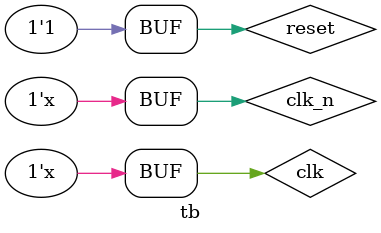
<source format=v>
`timescale 1ns / 1ps
module tb;

	reg clk;
	reg clk_n;

	reg reset;
	reg data_valid = 0;
	reg [7:0] data_byte = 0;
	reg [2:0] current_state = 0;

	parameter CLKS_PER_BIT = 100000000/230400;

	parameter IDLE=3'b0,
	RX_START_BIT=3'b001,
	RX_DATA_BITS=3'b010,
	RX_STOP_BIT=3'b011,
	CLEAN_UP = 3'b100;

	reg [31:0] clk_count = 0;
	reg [2:0] bit_index = 0;

	wire uart_dout;


	initial
	begin
		clk = 0;
		reset=0;
		#100 reset=1;
	end

	always begin
		#5 clk=!clk;
		clk_n = !clk;
	end

    integer f;

	always @(posedge clk)
	begin
		if(data_valid==1'b1)//Just a case used to indicate the end of the test when loaded from the test file.
		begin
          //$writememh("imgOut.txt",imgOut);
          //$writememh("imgOut.txt",tb.dut.design_1_i.axi_bram_ctrl_0_bram.inst.native_mem_mapped_module.blk_mem_gen_v8_4_1_inst.memory);
		  $write("%s",data_byte);//To be sent to the terminal.
		end
	end

	always @(posedge clk)
	begin
		case(current_state)
		IDLE:
		begin
			data_valid <= 0;
			clk_count <= 0;
			bit_index <= 0;
			if(uart_dout == 1'b0)
				current_state <= RX_START_BIT;
			else
				current_state <= IDLE;
		end
		RX_START_BIT:
		begin
			if(clk_count == (CLKS_PER_BIT-1)/2)
			begin
				if(uart_dout == 1'b0)
				begin
					clk_count <= 0;
					current_state <= RX_DATA_BITS;
				end
				else
					current_state<= IDLE;
			end
			else
			begin
				clk_count <= clk_count +1;
				current_state <= RX_START_BIT;
			end
		end
		RX_DATA_BITS:
		begin
			if(clk_count < CLKS_PER_BIT -1)
			begin
				clk_count <= clk_count + 1;
				current_state <= RX_DATA_BITS;
			end
			else
			begin
				clk_count<=0;
				data_byte[bit_index] <= uart_dout;
				if(bit_index<7)
				begin
					bit_index<=bit_index+1;
					current_state<=RX_DATA_BITS;
				end
				else
				begin
					bit_index <= 0;
					current_state <= RX_STOP_BIT;
				end
			end
		end
		RX_STOP_BIT:
		begin
			if(clk_count < CLKS_PER_BIT-1)
			begin
				clk_count<=clk_count+1;
				current_state<=RX_STOP_BIT;
			end
			else
			begin
				data_valid <= 1;
				clk_count<=0;
				current_state <= CLEAN_UP;
			end
		end
		CLEAN_UP:
		begin
			current_state<=IDLE;
			data_valid <= 0;
		end
		default:
			current_state<=IDLE;
		endcase
	end

	
	design_1_wrapper dut
	(.clock(clk), .reset_rtl(reset),
		.uart_rtl_txd(uart_dout),
		.uart_rtl_rxd(),
		.btn_tri_i()
	);

endmodule
</source>
